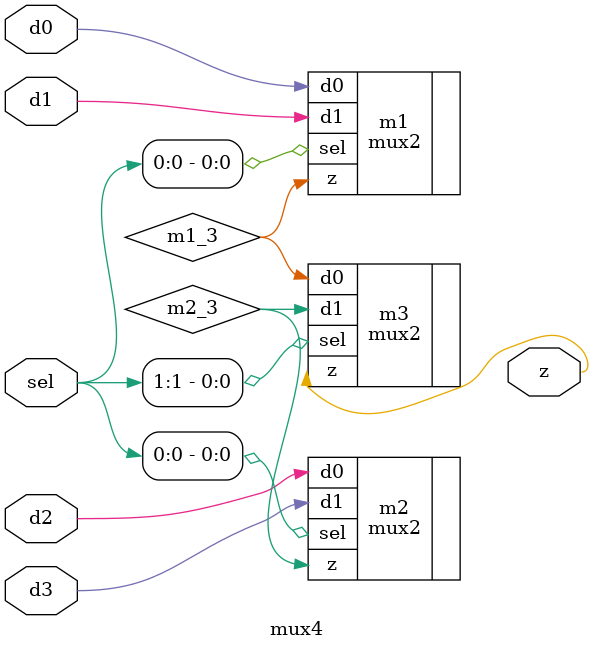
<source format=sv>
module mux4 (
    input logic d0,          // Data input 0
    input logic d1,          // Data input 1
    input logic d2,          // Data input 2
    input logic d3,          // Data input 3
    input logic [1:0] sel,   // Select input
    output logic z           // Output
);

logic m1_3;
logic m2_3;

mux2 m1 (
    .d0(d0),
    .d1(d1),
    .sel(sel[0]),
    .z(m1_3)
);

mux2 m2 (
    .d0(d2),
    .d1(d3),
    .sel(sel[0]),
    .z(m2_3)
);

mux2 m3 (
    .d0(m1_3),
    .d1(m2_3),
    .sel(sel[1]),
    .z(z)
);

endmodule

</source>
